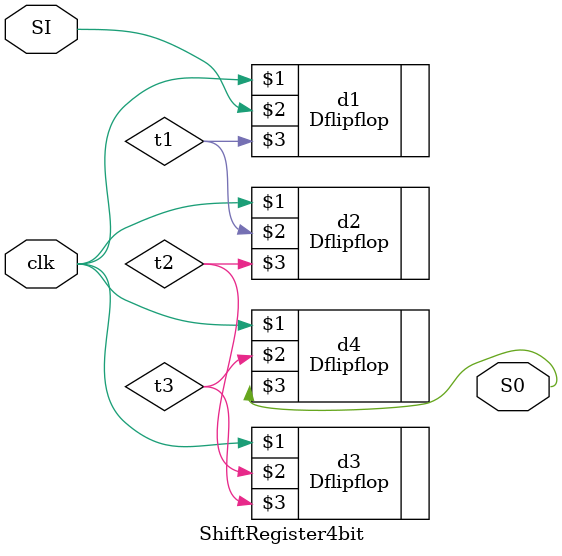
<source format=v>
`timescale 1ns / 1ps


module ShiftRegister4bit(
input clk,SI,
output S0
    );  
wire t1,t2,t3;
    
Dflipflop d1(clk,SI,t1,);
Dflipflop d2(clk,t1,t2,);
Dflipflop d3(clk,t2,t3,);
Dflipflop d4(clk,t3,S0,);    

endmodule

</source>
